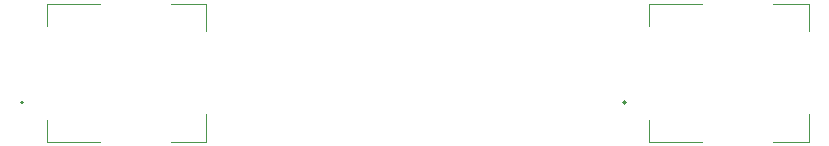
<source format=gbr>
%TF.GenerationSoftware,Altium Limited,Altium Designer,24.3.1 (35)*%
G04 Layer_Color=32896*
%FSLAX45Y45*%
%MOMM*%
%TF.SameCoordinates,C0A1E697-D952-45A1-8973-6DB72EE3D4FA*%
%TF.FilePolarity,Positive*%
%TF.FileFunction,Legend,Bot*%
%TF.Part,CustomerPanel*%
G01*
G75*
%TA.AperFunction,NonConductor*%
%ADD44C,0.20000*%
%ADD46C,0.10000*%
D44*
X1630000Y4980000D02*
G03*
X1650000Y4980000I10000J0D01*
G01*
D02*
G03*
X1630000Y4980000I-10000J0D01*
G01*
X6730000D02*
G03*
X6750000Y4980000I10000J0D01*
G01*
D02*
G03*
X6730000Y4980000I-10000J0D01*
G01*
D46*
X1850000Y5815000D02*
X2300000D01*
X1850000Y5630000D02*
Y5815000D01*
Y4645000D02*
X2300000D01*
X1850000D02*
Y4830000D01*
X2900000Y4645000D02*
X3200000D01*
Y4880000D01*
Y5580000D02*
Y5815000D01*
X2950000D02*
X3200000D01*
X2900000D02*
X2950000D01*
X6950000D02*
X7400000D01*
X6950000Y5630000D02*
Y5815000D01*
Y4645000D02*
X7400000D01*
X6950000D02*
Y4830000D01*
X8000000Y4645000D02*
X8300000D01*
Y4880000D01*
Y5580000D02*
Y5815000D01*
X8050000D02*
X8300000D01*
X8000000D02*
X8050000D01*
%TF.MD5,a4c6fbcea4f1cd18aac9360b4d0f32c8*%
M02*

</source>
